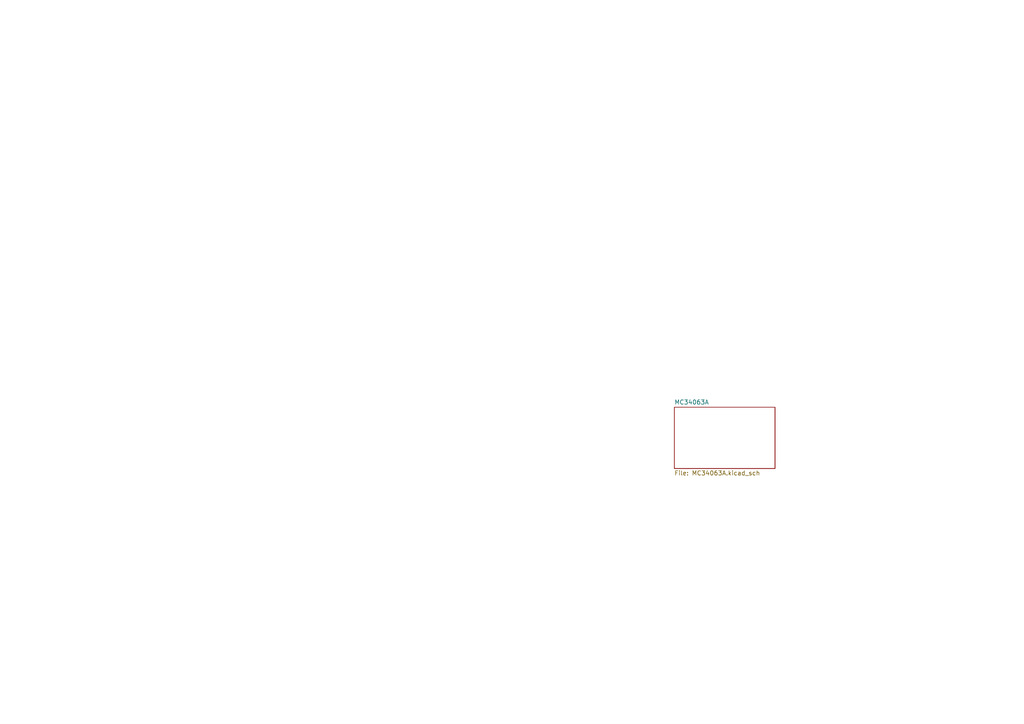
<source format=kicad_sch>
(kicad_sch
	(version 20250114)
	(generator "eeschema")
	(generator_version "9.0")
	(uuid "5a46aee9-b968-477e-a4a1-4edba06163a3")
	(paper "A4")
	(lib_symbols)
	(sheet
		(at 195.58 118.11)
		(size 29.21 17.78)
		(exclude_from_sim no)
		(in_bom yes)
		(on_board yes)
		(dnp no)
		(fields_autoplaced yes)
		(stroke
			(width 0.1524)
			(type solid)
		)
		(fill
			(color 0 0 0 0.0000)
		)
		(uuid "5a175a2d-a892-429a-8a38-ad45bc3e14a1")
		(property "Sheetname" "MC34063A"
			(at 195.58 117.3984 0)
			(effects
				(font
					(size 1.27 1.27)
				)
				(justify left bottom)
			)
		)
		(property "Sheetfile" "MC34063A.kicad_sch"
			(at 195.58 136.4746 0)
			(effects
				(font
					(size 1.27 1.27)
				)
				(justify left top)
			)
		)
		(instances
			(project "NosClock"
				(path "/5a46aee9-b968-477e-a4a1-4edba06163a3"
					(page "2")
				)
			)
		)
	)
	(sheet_instances
		(path "/"
			(page "1")
		)
	)
	(embedded_fonts no)
)

</source>
